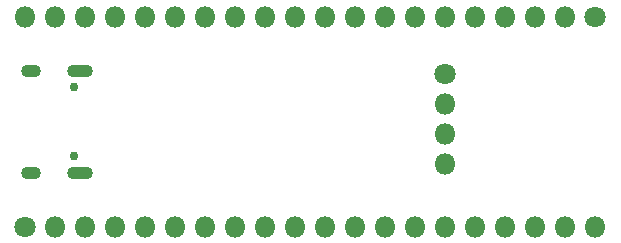
<source format=gbr>
%TF.GenerationSoftware,KiCad,Pcbnew,(5.1.6)-1*%
%TF.CreationDate,2022-07-03T21:07:17+08:00*%
%TF.ProjectId,cloneduino_zero,636c6f6e-6564-4756-996e-6f5f7a65726f,1.0*%
%TF.SameCoordinates,Original*%
%TF.FileFunction,Soldermask,Bot*%
%TF.FilePolarity,Negative*%
%FSLAX46Y46*%
G04 Gerber Fmt 4.6, Leading zero omitted, Abs format (unit mm)*
G04 Created by KiCad (PCBNEW (5.1.6)-1) date 2022-07-03 21:07:17*
%MOMM*%
%LPD*%
G01*
G04 APERTURE LIST*
%ADD10O,1.800000X1.800000*%
%ADD11C,1.800000*%
%ADD12O,2.200000X1.100000*%
%ADD13C,0.750000*%
%ADD14O,1.700000X1.100000*%
G04 APERTURE END LIST*
D10*
%TO.C,J4*%
X49276000Y-85344000D03*
X51816000Y-85344000D03*
X54356000Y-85344000D03*
X56896000Y-85344000D03*
X59436000Y-85344000D03*
X61976000Y-85344000D03*
X64516000Y-85344000D03*
X67056000Y-85344000D03*
X69596000Y-85344000D03*
X72136000Y-85344000D03*
X74676000Y-85344000D03*
X77216000Y-85344000D03*
X79756000Y-85344000D03*
X82296000Y-85344000D03*
X84836000Y-85344000D03*
X87376000Y-85344000D03*
X89916000Y-85344000D03*
X92456000Y-85344000D03*
X94996000Y-85344000D03*
D11*
X97536000Y-85344000D03*
%TD*%
D12*
%TO.C,J1*%
X53930000Y-98554000D03*
X53930000Y-89914000D03*
D13*
X53400000Y-91344000D03*
D14*
X49750000Y-89914000D03*
D13*
X53400000Y-97124000D03*
D14*
X49750000Y-98554000D03*
%TD*%
D10*
%TO.C,J5*%
X84836000Y-97790000D03*
X84836000Y-95250000D03*
X84836000Y-92710000D03*
D11*
X84836000Y-90170000D03*
%TD*%
D10*
%TO.C,J3*%
X97536000Y-103124000D03*
X94996000Y-103124000D03*
X92456000Y-103124000D03*
X89916000Y-103124000D03*
X87376000Y-103124000D03*
X84836000Y-103124000D03*
X82296000Y-103124000D03*
X79756000Y-103124000D03*
X77216000Y-103124000D03*
X74676000Y-103124000D03*
X72136000Y-103124000D03*
X69596000Y-103124000D03*
X67056000Y-103124000D03*
X64516000Y-103124000D03*
X61976000Y-103124000D03*
X59436000Y-103124000D03*
X56896000Y-103124000D03*
X54356000Y-103124000D03*
X51816000Y-103124000D03*
D11*
X49276000Y-103124000D03*
%TD*%
M02*

</source>
